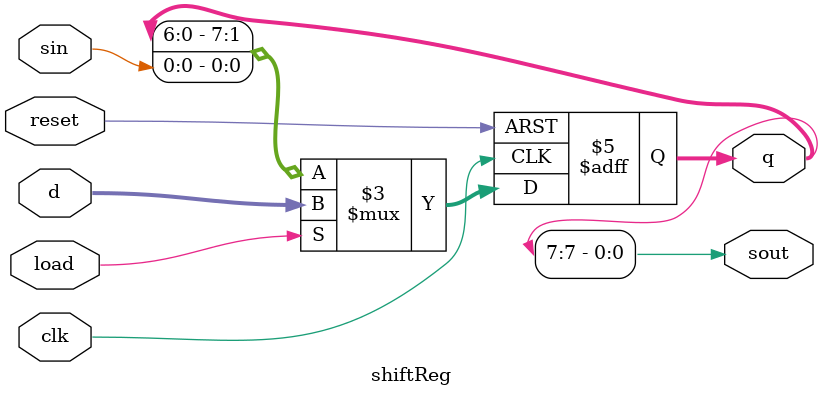
<source format=sv>
module shiftReg #(parameter N=8)
                (input logic clk,
                 input logic reset, load,
                 input logic sin,
                 input logic [N-1:0]d,
                 output logic [N-1:0]q,
                 output logic sout
                );
    always_ff @(posedge clk, posedge reset)
        if(reset) q<=0;
        else if (load) q<=d;
        else q <= {q[N-2:0],sin};
    assign sout = q[N-1];
endmodule
</source>
